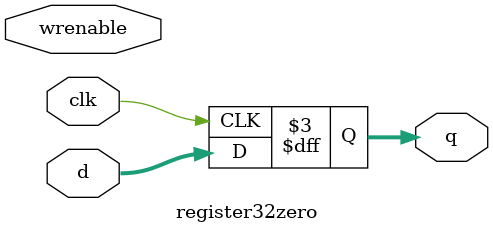
<source format=v>
module register
(
output reg  q,
input       d,
input       wrenable,
input       clk
);
    always @(posedge clk) begin
        if(wrenable) begin
            q = d;
        end
    end
endmodule


module register32
(
output reg[width-1:0] q,
input[width-1:0]	d,
input wrenable,
input	clk
);

  parameter width = 32; // # bits in d and q
  integer i;
  always @(posedge clk) begin
    if(wrenable) begin
      for (i = 0; i < width; i = i + 1) begin
        q[i] = d[i];
      end
    end
  end

endmodule


module register32zero
(
output reg[width-1:0] q,
input[width-1:0] d,
input wrenable,
input clk
);

  parameter width = 32; // # bits in d and q
  integer i;
  always @(posedge clk) begin
    q <= d;
  end

endmodule

</source>
